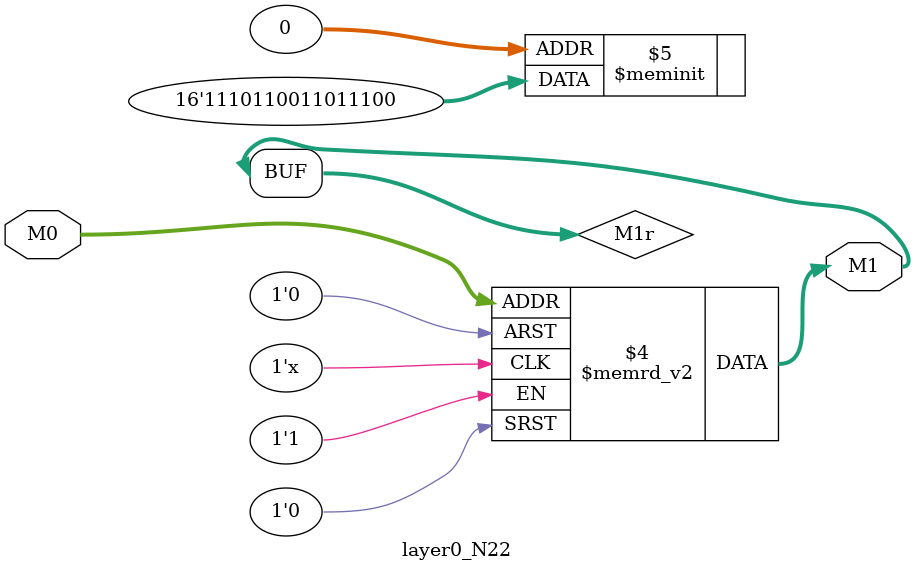
<source format=v>
module layer0_N22 ( input [2:0] M0, output [1:0] M1 );

	(*rom_style = "distributed" *) reg [1:0] M1r;
	assign M1 = M1r;
	always @ (M0) begin
		case (M0)
			3'b000: M1r = 2'b00;
			3'b100: M1r = 2'b00;
			3'b010: M1r = 2'b01;
			3'b110: M1r = 2'b10;
			3'b001: M1r = 2'b11;
			3'b101: M1r = 2'b11;
			3'b011: M1r = 2'b11;
			3'b111: M1r = 2'b11;

		endcase
	end
endmodule

</source>
